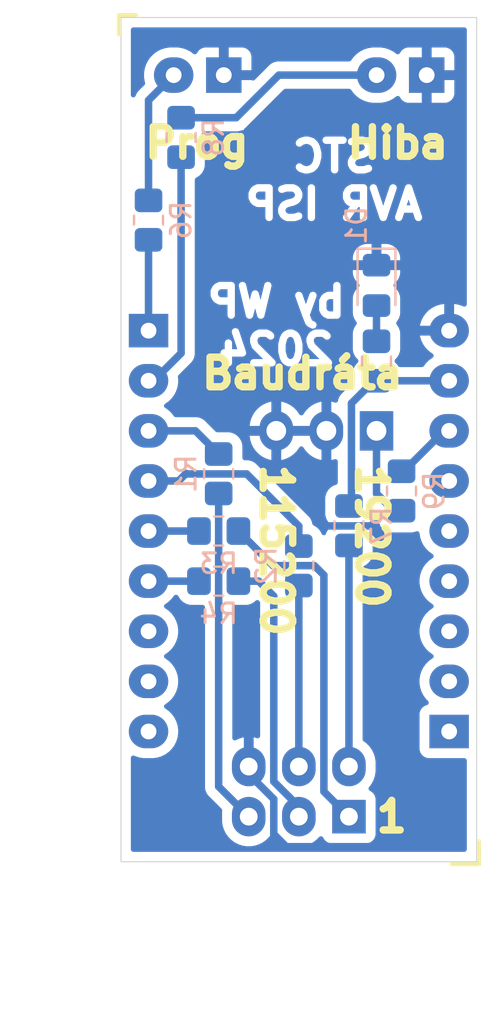
<source format=kicad_pcb>
(kicad_pcb (version 20240108) (generator "pcbnew") (generator_version "8.0")
  (layers (0 "F.Cu" signal) (31 "B.Cu" signal) (34 "B.Paste" user) (35 "F.Paste" user) (36 "B.SilkS" user "B.Silkscreen") (37 "F.SilkS" user "F.Silkscreen") (38 "B.Mask" user) (39 "F.Mask" user) (44 "Edge.Cuts" user))
  (net 0 "")
  (net 1 "Net-(J1-Pin_5)")
  (net 2 "GND")
  (net 3 "+5V")
  (net 4 "Net-(D1-A)")
  (net 5 "/P1.0")
  (net 6 "/MISO")
  (net 7 "/P1.7")
  (net 8 "/P1.1")
  (net 9 "/P1.6")
  (net 10 "/RESET")
  (net 11 "/MOSI")
  (net 12 "/SCLK")
  (net 13 "/~{RST}")
  (net 14 "/P3.4")
  (net 15 "/P3.6")
  (net 16 "/P3.3")
  (net 17 "/P3.2")
  (net 18 "/P3.7")
  (net 19 "/P5.5")
  (net 20 "/P3.5")
  (net 21 "Net-(J1-Pin_3)")
  (net 22 "Net-(J1-Pin_4)")
  (net 23 "Net-(J1-Pin_6)")
  (net 24 "Net-(J3-Pin_5)")
  (net 25 "Net-(D2-A)")
  (net 26 "Net-(D3-A)")
  (net 27 "Net-(J4-Pin_1)")
  (footprint "LED_THT:LED_D3.0mm" (layer "F.Cu") (at 105.415 63.246 180)
    (property "Reference" "D2" (hide yes))
    (property "Value" "PROG")
    (pad "1" thru_hole rect (at 0 0 180) (size 1.8 1.8) (drill 0.8) (layers "*.Cu" "*.Mask") (net 2 "GND"))
    (pad "2" thru_hole oval (at 2.54 0 180) (size 2 1.8) (drill 0.8) (layers "*.Cu" "*.Mask") (net 25 "Net-(D2-A)"))
  )
  (footprint "Connector_PinSocket_2.54mm:PinSocket_1x09_P2.54mm_Vertical" (layer "F.Cu") (at 101.6 76.2)
    (property "Reference" "J1" (hide yes))
    (property "Value" "Conn_01x09_Socket")
    (pad "1" thru_hole rect (at 0 0) (size 2 1.7) (drill 0.8) (layers "*.Cu" "*.Mask") (net 5 "/P1.0"))
    (pad "2" thru_hole oval (at 0 2.54) (size 2 1.7) (drill 0.8) (layers "*.Cu" "*.Mask") (net 8 "/P1.1"))
    (pad "3" thru_hole oval (at 0 5.08) (size 2 1.7) (drill 0.8) (layers "*.Cu" "*.Mask") (net 21 "Net-(J1-Pin_3)"))
    (pad "4" thru_hole oval (at 0 7.62) (size 2 1.7) (drill 0.8) (layers "*.Cu" "*.Mask") (net 22 "Net-(J1-Pin_4)"))
    (pad "5" thru_hole oval (at 0 10.16) (size 2 1.7) (drill 0.8) (layers "*.Cu" "*.Mask") (net 1 "Net-(J1-Pin_5)"))
    (pad "6" thru_hole oval (at 0 12.7) (size 2 1.7) (drill 0.8) (layers "*.Cu" "*.Mask") (net 23 "Net-(J1-Pin_6)"))
    (pad "7" thru_hole oval (at 0 15.24) (size 2 1.7) (drill 0.8) (layers "*.Cu" "*.Mask") (net 9 "/P1.6"))
    (pad "8" thru_hole oval (at 0 17.78) (size 2 1.7) (drill 0.8) (layers "*.Cu" "*.Mask") (net 7 "/P1.7"))
    (pad "9" thru_hole oval (at 0 20.32) (size 2 1.7) (drill 0.8) (layers "*.Cu" "*.Mask") (net 13 "/~{RST}"))
  )
  (footprint "Connector_PinSocket_2.54mm:PinSocket_1x09_P2.54mm_Vertical" (layer "F.Cu") (at 116.84 96.52 180)
    (property "Reference" "J2" (hide yes))
    (property "Value" "Conn_01x09_Socket")
    (pad "1" thru_hole rect (at 0 0 180) (size 2 1.7) (drill 0.8) (layers "*.Cu" "*.Mask") (net 17 "/P3.2"))
    (pad "2" thru_hole oval (at 0 2.54 180) (size 2 1.7) (drill 0.8) (layers "*.Cu" "*.Mask") (net 16 "/P3.3"))
    (pad "3" thru_hole oval (at 0 5.08 180) (size 2 1.7) (drill 0.8) (layers "*.Cu" "*.Mask") (net 14 "/P3.4"))
    (pad "4" thru_hole oval (at 0 7.62 180) (size 2 1.7) (drill 0.8) (layers "*.Cu" "*.Mask") (net 20 "/P3.5"))
    (pad "5" thru_hole oval (at 0 10.16 180) (size 2 1.7) (drill 0.8) (layers "*.Cu" "*.Mask") (net 15 "/P3.6"))
    (pad "6" thru_hole oval (at 0 12.7 180) (size 2 1.7) (drill 0.8) (layers "*.Cu" "*.Mask") (net 18 "/P3.7"))
    (pad "7" thru_hole oval (at 0 15.24 180) (size 2 1.7) (drill 0.8) (layers "*.Cu" "*.Mask") (net 19 "/P5.5"))
    (pad "8" thru_hole oval (at 0 17.78 180) (size 2 1.7) (drill 0.8) (layers "*.Cu" "*.Mask") (net 3 "+5V"))
    (pad "9" thru_hole oval (at 0 20.32 180) (size 2 1.7) (drill 0.8) (layers "*.Cu" "*.Mask") (net 2 "GND"))
  )
  (footprint "LED_THT:LED_D3.0mm" (layer "F.Cu") (at 115.702 63.246 180)
    (property "Reference" "D3" (hide yes))
    (property "Value" "ERROR")
    (pad "1" thru_hole rect (at 0 0 180) (size 1.8 1.8) (drill 0.8) (layers "*.Cu" "*.Mask") (net 2 "GND"))
    (pad "2" thru_hole oval (at 2.54 0 180) (size 2 1.8) (drill 0.8) (layers "*.Cu" "*.Mask") (net 26 "Net-(D3-A)"))
  )
  (footprint "Connector_PinHeader_2.54mm:PinHeader_1x03_P2.54mm_Vertical" (layer "F.Cu") (at 113.157 81.28 -90)
    (property "Reference" "J4" (hide yes))
    (property "Value" "BAUD RATE")
    (pad "1" thru_hole rect (at 0 0 270) (size 2 1.7) (drill 1) (layers "*.Cu" "*.Mask") (net 27 "Net-(J4-Pin_1)"))
    (pad "2" thru_hole oval (at 0 2.54 270) (size 2 1.7) (drill 1) (layers "*.Cu" "*.Mask") (net 2 "GND"))
    (pad "3" thru_hole oval (at 0 5.08 270) (size 2 1.7) (drill 1) (layers "*.Cu" "*.Mask") (net 2 "GND"))
  )
  (footprint "Connector_PinSocket_2.54mm:PinSocket_2x03_P2.54mm_Horizontal" (layer "F.Cu") (at 106.68 98.298 90)
    (property "Reference" "J3" (hide yes))
    (property "Value" "ISP")
    (pad "1" thru_hole oval (at 0 0 90) (size 2 1.7) (drill 0.9) (layers "*.Cu" "*.Mask") (net 2 "GND"))
    (pad "2" thru_hole oval (at -2.54 0 90) (size 2 1.7) (drill 0.9) (layers "*.Cu" "*.Mask") (net 10 "/RESET"))
    (pad "3" thru_hole oval (at 0 2.54 90) (size 2 1.7) (drill 0.9) (layers "*.Cu" "*.Mask") (net 11 "/MOSI"))
    (pad "4" thru_hole oval (at -2.54 2.54 90) (size 2 1.7) (drill 0.9) (layers "*.Cu" "*.Mask") (net 12 "/SCLK"))
    (pad "5" thru_hole oval (at 0 5.08 90) (size 2 1.7) (drill 0.9) (layers "*.Cu" "*.Mask") (net 24 "Net-(J3-Pin_5)"))
    (pad "6" thru_hole rect (at -2.54 5.08 90) (size 1.7 1.7) (drill 0.9) (layers "*.Cu" "*.Mask") (net 6 "/MISO"))
  )
  (footprint "Resistor_SMD:R_0805_2012Metric_Pad1.20x1.40mm_HandSolder" (layer "B.Cu") (at 113.157 77.74 90)
    (property "Reference" "R5" (hide yes))
    (property "Value" "330")
    (fp_line (start 0.227064 -0.735) (end -0.227064 -0.735) (stroke (width 0.12)) (layer "B.SilkS"))
    (fp_line (start 0.227064 0.735) (end -0.227064 0.735) (stroke (width 0.12)) (layer "B.SilkS"))
    (pad "1" smd roundrect (at -1 0 90) (size 1.2 1.4) (layers "B.Cu" "B.Paste" "B.Mask") (roundrect_rratio 0.208333) (net 3 "+5V"))
    (pad "2" smd roundrect (at 1 0 90) (size 1.2 1.4) (layers "B.Cu" "B.Paste" "B.Mask") (roundrect_rratio 0.208333) (net 4 "Net-(D1-A)"))
  )
  (footprint "Resistor_SMD:R_0805_2012Metric_Pad1.20x1.40mm_HandSolder" (layer "B.Cu") (at 109.22 88.122 -90)
    (property "Reference" "R2" (at 0 1.65 90) (layer "B.SilkS") (effects (justify mirror)))
    (property "Value" "100")
    (fp_line (start 0.227064 0.735) (end -0.227064 0.735) (stroke (width 0.12)) (layer "B.SilkS"))
    (fp_line (start 0.227064 -0.735) (end -0.227064 -0.735) (stroke (width 0.12)) (layer "B.SilkS"))
    (pad "1" smd roundrect (at -1 0 270) (size 1.2 1.4) (layers "B.Cu" "B.Paste" "B.Mask") (roundrect_rratio 0.208333) (net 22 "Net-(J1-Pin_4)"))
    (pad "2" smd roundrect (at 1 0 270) (size 1.2 1.4) (layers "B.Cu" "B.Paste" "B.Mask") (roundrect_rratio 0.208333) (net 11 "/MOSI"))
  )
  (footprint "LED_SMD:LED_0805_2012Metric_Pad1.15x1.40mm_HandSolder" (layer "B.Cu") (at 113.157 73.905 -90)
    (property "Reference" "D1" (at -3.039 1.016 90) (layer "B.SilkS") (effects (justify mirror)))
    (property "Value" "LED_Filled" (hide yes))
    (fp_line (start -1.86 0.96) (end 1 0.96) (stroke (width 0.12)) (layer "B.SilkS"))
    (fp_line (start -1.86 -0.96) (end -1.86 0.96) (stroke (width 0.12)) (layer "B.SilkS"))
    (fp_line (start 1 -0.96) (end -1.86 -0.96) (stroke (width 0.12)) (layer "B.SilkS"))
    (pad "1" smd roundrect (at -1.025 0 270) (size 1.15 1.4) (layers "B.Cu" "B.Paste" "B.Mask") (roundrect_rratio 0.217391) (net 2 "GND"))
    (pad "2" smd roundrect (at 1.025 0 270) (size 1.15 1.4) (layers "B.Cu" "B.Paste" "B.Mask") (roundrect_rratio 0.217391) (net 4 "Net-(D1-A)"))
  )
  (footprint "Resistor_SMD:R_0805_2012Metric_Pad1.20x1.40mm_HandSolder" (layer "B.Cu") (at 105.156 83.455 -90)
    (property "Reference" "R1" (at 0 1.65 90) (layer "B.SilkS") (effects (justify mirror)))
    (property "Value" "100")
    (fp_line (start 0.227064 0.735) (end -0.227064 0.735) (stroke (width 0.12)) (layer "B.SilkS"))
    (fp_line (start 0.227064 -0.735) (end -0.227064 -0.735) (stroke (width 0.12)) (layer "B.SilkS"))
    (pad "1" smd roundrect (at -1 0 270) (size 1.2 1.4) (layers "B.Cu" "B.Paste" "B.Mask") (roundrect_rratio 0.208333) (net 21 "Net-(J1-Pin_3)"))
    (pad "2" smd roundrect (at 1 0 270) (size 1.2 1.4) (layers "B.Cu" "B.Paste" "B.Mask") (roundrect_rratio 0.208333) (net 10 "/RESET"))
  )
  (footprint "Resistor_SMD:R_0805_2012Metric_Pad1.20x1.40mm_HandSolder" (layer "B.Cu") (at 111.76 86.09 90)
    (property "Reference" "R7" (at 0 1.65 -90) (layer "B.SilkS") (effects (justify mirror)))
    (property "Value" "0")
    (fp_line (start 0.227064 -0.735) (end -0.227064 -0.735) (stroke (width 0.12)) (layer "B.SilkS"))
    (fp_line (start 0.227064 0.735) (end -0.227064 0.735) (stroke (width 0.12)) (layer "B.SilkS"))
    (pad "1" smd roundrect (at -1 0 90) (size 1.2 1.4) (layers "B.Cu" "B.Paste" "B.Mask") (roundrect_rratio 0.208333) (net 24 "Net-(J3-Pin_5)"))
    (pad "2" smd roundrect (at 1 0 90) (size 1.2 1.4) (layers "B.Cu" "B.Paste" "B.Mask") (roundrect_rratio 0.208333) (net 3 "+5V"))
  )
  (footprint "Resistor_SMD:R_0805_2012Metric_Pad1.20x1.40mm_HandSolder" (layer "B.Cu") (at 114.427 84.328 90)
    (property "Reference" "R9" (at 0 1.65 -90) (layer "B.SilkS") (effects (justify mirror)))
    (property "Value" "330")
    (fp_line (start 0.227064 -0.735) (end -0.227064 -0.735) (stroke (width 0.12)) (layer "B.SilkS"))
    (fp_line (start 0.227064 0.735) (end -0.227064 0.735) (stroke (width 0.12)) (layer "B.SilkS"))
    (pad "1" smd roundrect (at -1 0 90) (size 1.2 1.4) (layers "B.Cu" "B.Paste" "B.Mask") (roundrect_rratio 0.208333) (net 27 "Net-(J4-Pin_1)"))
    (pad "2" smd roundrect (at 1 0 90) (size 1.2 1.4) (layers "B.Cu" "B.Paste" "B.Mask") (roundrect_rratio 0.208333) (net 19 "/P5.5"))
  )
  (footprint "Resistor_SMD:R_0805_2012Metric_Pad1.20x1.40mm_HandSolder" (layer "B.Cu") (at 101.6 70.596 90)
    (property "Reference" "R6" (at 0 1.65 -90) (layer "B.SilkS") (effects (justify mirror)))
    (property "Value" "330")
    (fp_line (start 0.227064 -0.735) (end -0.227064 -0.735) (stroke (width 0.12)) (layer "B.SilkS"))
    (fp_line (start 0.227064 0.735) (end -0.227064 0.735) (stroke (width 0.12)) (layer "B.SilkS"))
    (pad "1" smd roundrect (at -1 0 90) (size 1.2 1.4) (layers "B.Cu" "B.Paste" "B.Mask") (roundrect_rratio 0.208333) (net 5 "/P1.0"))
    (pad "2" smd roundrect (at 1 0 90) (size 1.2 1.4) (layers "B.Cu" "B.Paste" "B.Mask") (roundrect_rratio 0.208333) (net 25 "Net-(D2-A)"))
  )
  (footprint "Resistor_SMD:R_0805_2012Metric_Pad1.20x1.40mm_HandSolder" (layer "B.Cu") (at 103.251 66.405 90)
    (property "Reference" "R8" (at 0 1.65 -90) (layer "B.SilkS") (effects (justify mirror)))
    (property "Value" "330")
    (fp_line (start 0.227064 -0.735) (end -0.227064 -0.735) (stroke (width 0.12)) (layer "B.SilkS"))
    (fp_line (start 0.227064 0.735) (end -0.227064 0.735) (stroke (width 0.12)) (layer "B.SilkS"))
    (pad "1" smd roundrect (at -1 0 90) (size 1.2 1.4) (layers "B.Cu" "B.Paste" "B.Mask") (roundrect_rratio 0.208333) (net 8 "/P1.1"))
    (pad "2" smd roundrect (at 1 0 90) (size 1.2 1.4) (layers "B.Cu" "B.Paste" "B.Mask") (roundrect_rratio 0.208333) (net 26 "Net-(D3-A)"))
  )
  (footprint "Resistor_SMD:R_0805_2012Metric_Pad1.20x1.40mm_HandSolder" (layer "B.Cu") (at 105.156 86.36)
    (property "Reference" "R3" (at 0 1.65 0) (layer "B.SilkS") (effects (justify mirror)))
    (property "Value" "100")
    (fp_line (start 0.227064 -0.735) (end -0.227064 -0.735) (stroke (width 0.12)) (layer "B.SilkS"))
    (fp_line (start 0.227064 0.735) (end -0.227064 0.735) (stroke (width 0.12)) (layer "B.SilkS"))
    (pad "1" smd roundrect (at -1 0) (size 1.2 1.4) (layers "B.Cu" "B.Paste" "B.Mask") (roundrect_rratio 0.208333) (net 1 "Net-(J1-Pin_5)"))
    (pad "2" smd roundrect (at 1 0) (size 1.2 1.4) (layers "B.Cu" "B.Paste" "B.Mask") (roundrect_rratio 0.208333) (net 6 "/MISO"))
  )
  (footprint "Resistor_SMD:R_0805_2012Metric_Pad1.20x1.40mm_HandSolder" (layer "B.Cu") (at 105.156 88.9)
    (property "Reference" "R4" (at 0 1.65 0) (layer "B.SilkS") (effects (justify mirror)))
    (property "Value" "100")
    (fp_line (start 0.227064 -0.735) (end -0.227064 -0.735) (stroke (width 0.12)) (layer "B.SilkS"))
    (fp_line (start 0.227064 0.735) (end -0.227064 0.735) (stroke (width 0.12)) (layer "B.SilkS"))
    (pad "1" smd roundrect (at -1 0) (size 1.2 1.4) (layers "B.Cu" "B.Paste" "B.Mask") (roundrect_rratio 0.208333) (net 23 "Net-(J1-Pin_6)"))
    (pad "2" smd roundrect (at 1 0) (size 1.2 1.4) (layers "B.Cu" "B.Paste" "B.Mask") (roundrect_rratio 0.208333) (net 12 "/SCLK"))
  )
  (gr_line (start 118.3513 103.251) (end 116.9543 103.251) (stroke (width 0.2)) (layer "F.SilkS"))
  (gr_line (start 100.0887 60.198) (end 100.9777 60.198) (stroke (width 0.2)) (layer "F.SilkS"))
  (gr_line (start 118.3513 102.0826) (end 118.3513 103.251) (stroke (width 0.2)) (layer "F.SilkS"))
  (gr_line (start 100.0887 60.198) (end 100.0887 61.1886) (stroke (width 0.2)) (layer "F.SilkS"))
  (gr_rect (start 100.203 60.325) (end 118.237 103.124) (stroke (width 0.05)) (fill none) (layer "Edge.Cuts"))
  (gr_text "by WP\n2024" (at 108.077 75.946 0) (layer "B.Cu" knockout) (effects (font (size 1.5 1.5) (thickness 0.375) (bold yes)) (justify mirror)))
  (gr_text "STC\nAVR ISP" (at 110.998 68.58 0) (layer "B.Cu" knockout) (effects (font (size 1.5 1.5) (thickness 0.375) (bold yes)) (justify mirror)))
  (gr_text "1" (at 112.9665 100.838 0) (layer "F.SilkS") (effects (font (size 1.5 1.5) (thickness 0.375) (bold yes)) (justify left)))
  (gr_text "Baudráta" (at 114.681 79.248 0) (layer "F.SilkS") (effects (font (size 1.5 1.5) (thickness 0.375) (bold yes)) (justify right bottom)))
  (gr_text "19200\n\n115200" (at 113.792 82.804 270) (layer "F.SilkS") (effects (font (size 1.5 1.5) (thickness 0.375) (bold yes)) (justify left top)))
  (gr_text "Hiba\n" (at 114.2343 67.564 0) (layer "F.SilkS") (effects (font (size 1.5 1.5) (thickness 0.375) (bold yes)) (justify bottom)))
  (gr_text "Prog" (at 104.0518 67.564 0) (layer "F.SilkS") (effects (font (size 1.5 1.5) (thickness 0.375) (bold yes)) (justify bottom)))
  (segment (start 101.6 86.36) (end 104.553 86.36) (width 0.381) (layer "B.Cu") (net 1))
  (segment (start 108.585 102.362) (end 113.538 102.362) (width 0.381) (layer "B.Cu") (net 2))
  (segment (start 106.68 98.298) (end 106.68 98.679) (width 0.381) (layer "B.Cu") (net 2))
  (segment (start 107.95 99.949) (end 107.95 101.727) (width 0.381) (layer "B.Cu") (net 2))
  (segment (start 110.6235 86.0995) (end 113.1505 86.0995) (width 0.381) (layer "B.Cu") (net 2))
  (segment (start 113.1505 86.0995) (end 113.157 86.106) (width 0.381) (layer "B.Cu") (net 2))
  (segment (start 107.95 101.727) (end 108.585 102.362) (width 0.381) (layer "B.Cu") (net 2))
  (segment (start 106.68 98.679) (end 107.95 99.949) (width 0.381) (layer "B.Cu") (net 2))
  (segment (start 111.887 85.09) (end 111.887 79.883) (width 0.381) (layer "B.Cu") (net 3))
  (segment (start 113.03 78.74) (end 113.157 78.74) (width 0.381) (layer "B.Cu") (net 3))
  (segment (start 113.157 78.74) (end 116.84 78.74) (width 0.381) (layer "B.Cu") (net 3))
  (segment (start 111.887 79.883) (end 113.03 78.74) (width 0.381) (layer "B.Cu") (net 3))
  (segment (start 113.157 76.74) (end 113.157 74.93) (width 0.381) (layer "B.Cu") (net 4))
  (segment (start 101.6 71.596) (end 101.6 76.2) (width 0.381) (layer "B.Cu") (net 5))
  (segment (start 106.156 86.36) (end 107.9085 88.1125) (width 0.381) (layer "B.Cu") (net 6))
  (segment (start 110.0105 88.1125) (end 110.49 88.592) (width 0.381) (layer "B.Cu") (net 6))
  (segment (start 107.9085 88.1125) (end 110.0105 88.1125) (width 0.381) (layer "B.Cu") (net 6))
  (segment (start 110.49 99.568) (end 111.76 100.838) (width 0.381) (layer "B.Cu") (net 6))
  (segment (start 110.49 88.592) (end 110.49 99.568) (width 0.381) (layer "B.Cu") (net 6))
  (segment (start 101.854 78.74) (end 103.251 77.343) (width 0.381) (layer "B.Cu") (net 8))
  (segment (start 103.251 77.343) (end 103.251 67.405) (width 0.381) (layer "B.Cu") (net 8))
  (segment (start 101.6 78.74) (end 101.854 78.74) (width 0.381) (layer "B.Cu") (net 8))
  (segment (start 106.68 100.838) (end 106.68 100.584) (width 0.381) (layer "B.Cu") (net 10))
  (segment (start 105.156 84.455) (end 105.156 99.314) (width 0.381) (layer "B.Cu") (net 10))
  (segment (start 105.156 99.314) (end 106.68 100.838) (width 0.381) (layer "B.Cu") (net 10))
  (segment (start 109.22 89.122) (end 109.22 98.298) (width 0.381) (layer "B.Cu") (net 11))
  (segment (start 107.95 89.662) (end 107.188 88.9) (width 0.381) (layer "B.Cu") (net 12))
  (segment (start 109.22 100.33) (end 107.95 99.06) (width 0.381) (layer "B.Cu") (net 12))
  (segment (start 107.188 88.9) (end 106.521 88.9) (width 0.381) (layer "B.Cu") (net 12))
  (segment (start 109.22 100.838) (end 109.22 100.33) (width 0.381) (layer "B.Cu") (net 12))
  (segment (start 107.95 99.06) (end 107.95 89.662) (width 0.381) (layer "B.Cu") (net 12))
  (segment (start 114.3 83.201) (end 114.665 83.201) (width 0.381) (layer "B.Cu") (net 19))
  (segment (start 114.665 83.201) (end 116.586 81.28) (width 0.381) (layer "B.Cu") (net 19))
  (segment (start 116.586 81.28) (end 116.84 81.28) (width 0.381) (layer "B.Cu") (net 19))
  (segment (start 103.981 81.28) (end 105.156 82.455) (width 0.381) (layer "B.Cu") (net 21))
  (segment (start 101.6 81.28) (end 103.981 81.28) (width 0.381) (layer "B.Cu") (net 21))
  (segment (start 103.5305 83.4645) (end 106.5785 83.4645) (width 0.381) (layer "B.Cu") (net 22))
  (segment (start 103.124 83.82) (end 103.505 83.439) (width 0.381) (layer "B.Cu") (net 22))
  (segment (start 109.22 86.106) (end 109.22 86.884) (width 0.381) (layer "B.Cu") (net 22))
  (segment (start 106.5785 83.4645) (end 109.22 86.106) (width 0.381) (layer "B.Cu") (net 22))
  (segment (start 101.6 83.82) (end 103.124 83.82) (width 0.381) (layer "B.Cu") (net 22))
  (segment (start 103.505 83.439) (end 103.5305 83.4645) (width 0.381) (layer "B.Cu") (net 22))
  (segment (start 104.521 88.9) (end 101.6 88.9) (width 0.381) (layer "B.Cu") (net 23))
  (segment (start 111.76 87.09) (end 111.76 98.298) (width 0.381) (layer "B.Cu") (net 24))
  (segment (start 101.6 64.521) (end 102.875 63.246) (width 0.381) (layer "B.Cu") (net 25))
  (segment (start 101.6 69.596) (end 101.6 64.521) (width 0.381) (layer "B.Cu") (net 25))
  (segment (start 106.045 65.405) (end 108.204 63.246) (width 0.381) (layer "B.Cu") (net 26))
  (segment (start 108.204 63.246) (end 113.157 63.246) (width 0.381) (layer "B.Cu") (net 26))
  (segment (start 103.251 65.405) (end 106.045 65.405) (width 0.381) (layer "B.Cu") (net 26))
  (segment (start 113.157 84.455) (end 113.903 85.201) (width 0.381) (layer "B.Cu") (net 27))
  (segment (start 113.903 85.201) (end 114.3 85.201) (width 0.381) (layer "B.Cu") (net 27))
  (segment (start 113.157 81.28) (end 113.157 84.455) (width 0.381) (layer "B.Cu") (net 27))
  (zone (net 2) (net_name "GND") (layer "B.Cu") (connect_pads (clearance 0.5)) (min_thickness 0.25) (fill yes (thermal_gap 0.5) (thermal_bridge_width 0.5))
    (polygon (pts (xy 118.237 103.124) (xy 118.237 60.325) (xy 100.203 60.325) (xy 100.203 103.124)))
  )
)
</source>
